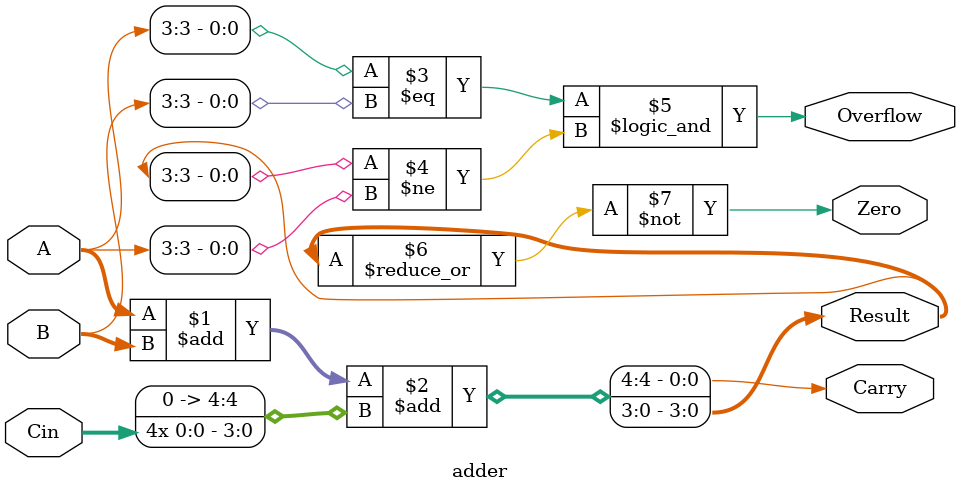
<source format=v>
module adder(
        input Cin,
        input [3:0] A,
        input [3:0] B,
        output reg [3:0] Result,
        output reg Carry,
        output reg Zero,
        output reg Overflow
    );
    assign {Carry, Result} = A + B + {4{Cin}};
    assign Overflow = (A[3] == B[3] && Result[3] != A[3]);
    assign Zero = ~(| Result);

endmodule

</source>
